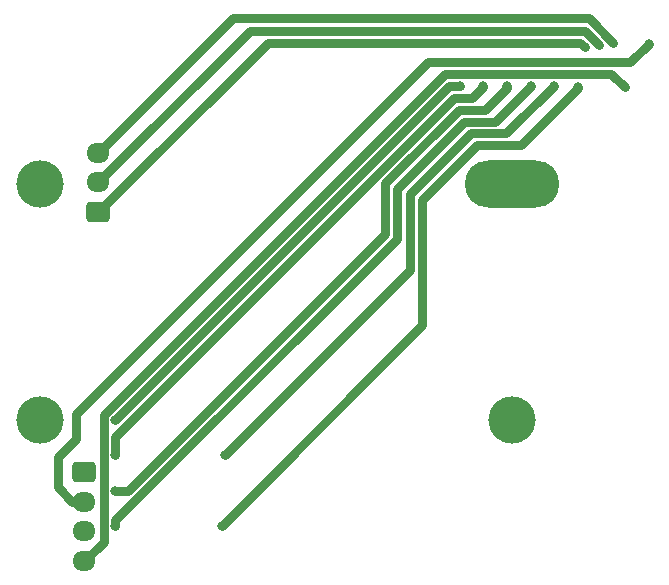
<source format=gbr>
G04 #@! TF.GenerationSoftware,KiCad,Pcbnew,6.0.1-79c1e3a40b~116~ubuntu20.04.1*
G04 #@! TF.CreationDate,2022-02-10T17:59:10+01:00*
G04 #@! TF.ProjectId,SidewinderX1 X axis ConnectorBoard,53696465-7769-46e6-9465-725831205820,rev?*
G04 #@! TF.SameCoordinates,Original*
G04 #@! TF.FileFunction,Copper,L2,Bot*
G04 #@! TF.FilePolarity,Positive*
%FSLAX46Y46*%
G04 Gerber Fmt 4.6, Leading zero omitted, Abs format (unit mm)*
G04 Created by KiCad (PCBNEW 6.0.1-79c1e3a40b~116~ubuntu20.04.1) date 2022-02-10 17:59:10*
%MOMM*%
%LPD*%
G01*
G04 APERTURE LIST*
G04 Aperture macros list*
%AMRoundRect*
0 Rectangle with rounded corners*
0 $1 Rounding radius*
0 $2 $3 $4 $5 $6 $7 $8 $9 X,Y pos of 4 corners*
0 Add a 4 corners polygon primitive as box body*
4,1,4,$2,$3,$4,$5,$6,$7,$8,$9,$2,$3,0*
0 Add four circle primitives for the rounded corners*
1,1,$1+$1,$2,$3*
1,1,$1+$1,$4,$5*
1,1,$1+$1,$6,$7*
1,1,$1+$1,$8,$9*
0 Add four rect primitives between the rounded corners*
20,1,$1+$1,$2,$3,$4,$5,0*
20,1,$1+$1,$4,$5,$6,$7,0*
20,1,$1+$1,$6,$7,$8,$9,0*
20,1,$1+$1,$8,$9,$2,$3,0*%
G04 Aperture macros list end*
G04 #@! TA.AperFunction,ComponentPad*
%ADD10RoundRect,0.250000X-0.725000X0.600000X-0.725000X-0.600000X0.725000X-0.600000X0.725000X0.600000X0*%
G04 #@! TD*
G04 #@! TA.AperFunction,ComponentPad*
%ADD11O,1.950000X1.700000*%
G04 #@! TD*
G04 #@! TA.AperFunction,ComponentPad*
%ADD12RoundRect,0.250000X0.725000X-0.600000X0.725000X0.600000X-0.725000X0.600000X-0.725000X-0.600000X0*%
G04 #@! TD*
G04 #@! TA.AperFunction,ComponentPad*
%ADD13O,8.000000X4.000000*%
G04 #@! TD*
G04 #@! TA.AperFunction,ComponentPad*
%ADD14C,4.000000*%
G04 #@! TD*
G04 #@! TA.AperFunction,ViaPad*
%ADD15C,0.800000*%
G04 #@! TD*
G04 #@! TA.AperFunction,Conductor*
%ADD16C,0.800000*%
G04 #@! TD*
G04 APERTURE END LIST*
D10*
X23050000Y-60400000D03*
D11*
X23050000Y-62900000D03*
X23050000Y-65400000D03*
X23050000Y-67900000D03*
D12*
X24250000Y-38350000D03*
D11*
X24250000Y-35850000D03*
X24250000Y-33350000D03*
D13*
X59280000Y-35940000D03*
D14*
X59280000Y-55940000D03*
X19280000Y-35940000D03*
X19280000Y-55940000D03*
D15*
X70850000Y-24100000D03*
X68850000Y-27800000D03*
X64850000Y-27800000D03*
X34750000Y-64900000D03*
X67850000Y-24000000D03*
X66610035Y-24173543D03*
X65436492Y-24413508D03*
X25700000Y-61950000D03*
X58850000Y-27700000D03*
X60850000Y-27700000D03*
X25700000Y-64950000D03*
X62850000Y-27650000D03*
X34950000Y-58950000D03*
X56850000Y-27700000D03*
X25700000Y-58900000D03*
X25700000Y-55950000D03*
X54850000Y-27700000D03*
D16*
X69300000Y-25650000D02*
X52150000Y-25650000D01*
X22350000Y-57550000D02*
X20800000Y-59100000D01*
X22350000Y-55450000D02*
X22350000Y-57550000D01*
X52150000Y-25650000D02*
X22350000Y-55450000D01*
X70850000Y-24100000D02*
X69300000Y-25650000D01*
X20800000Y-59100000D02*
X20800000Y-61650000D01*
X20800000Y-61650000D02*
X22050000Y-62900000D01*
X22050000Y-62900000D02*
X23050000Y-62900000D01*
X53586466Y-26650000D02*
X67700000Y-26650000D01*
X24700000Y-55536466D02*
X24700000Y-66250000D01*
X67700000Y-26650000D02*
X68850000Y-27800000D01*
X53586466Y-26650000D02*
X24700000Y-55536466D01*
X24700000Y-66250000D02*
X23050000Y-67900000D01*
X51700000Y-37300000D02*
X51700000Y-47950000D01*
X64850000Y-27800000D02*
X64850000Y-27850000D01*
X64850000Y-27850000D02*
X60000000Y-32700000D01*
X56300000Y-32700000D02*
X51700000Y-37300000D01*
X51700000Y-47950000D02*
X34750000Y-64900000D01*
X60000000Y-32700000D02*
X56300000Y-32700000D01*
X65800000Y-21950000D02*
X35650000Y-21950000D01*
X35650000Y-21950000D02*
X24250000Y-33350000D01*
X67850000Y-24000000D02*
X65800000Y-21950000D01*
X37100000Y-23000000D02*
X65436492Y-23000000D01*
X24250000Y-35850000D02*
X37100000Y-23000000D01*
X65436492Y-23000000D02*
X66610035Y-24173543D01*
X38600000Y-24000000D02*
X24250000Y-38350000D01*
X65022984Y-24000000D02*
X38600000Y-24000000D01*
X65022984Y-24000000D02*
X65436492Y-24413508D01*
X25700000Y-61950000D02*
X26800000Y-61950000D01*
X58850000Y-27850000D02*
X58850000Y-27700000D01*
X56999022Y-29700978D02*
X58850000Y-27850000D01*
X54776066Y-29700978D02*
X56999022Y-29700978D01*
X48550000Y-35927044D02*
X54776066Y-29700978D01*
X48550000Y-40200000D02*
X48550000Y-35927044D01*
X26800000Y-61950000D02*
X48550000Y-40200000D01*
X49550000Y-36400000D02*
X49550000Y-40613522D01*
X60850000Y-27700000D02*
X57849511Y-30700489D01*
X57849511Y-30700489D02*
X55249511Y-30700489D01*
X49550000Y-40613522D02*
X25700000Y-64463522D01*
X25700000Y-64463522D02*
X25700000Y-64950000D01*
X55249511Y-30700489D02*
X49550000Y-36400000D01*
X62850000Y-27650000D02*
X58800000Y-31700000D01*
X50650000Y-43250000D02*
X34950000Y-58950000D01*
X50650000Y-36850000D02*
X50650000Y-43250000D01*
X55800000Y-31700000D02*
X50650000Y-36850000D01*
X58800000Y-31700000D02*
X55800000Y-31700000D01*
X54363534Y-28700000D02*
X25700000Y-57363534D01*
X25700000Y-57363534D02*
X25700000Y-58900000D01*
X56850000Y-27736478D02*
X55886478Y-28700000D01*
X56850000Y-27700000D02*
X56850000Y-27736478D01*
X55886478Y-28700000D02*
X54363534Y-28700000D01*
X53950000Y-27700000D02*
X25700000Y-55950000D01*
X54850000Y-27700000D02*
X53950000Y-27700000D01*
M02*

</source>
